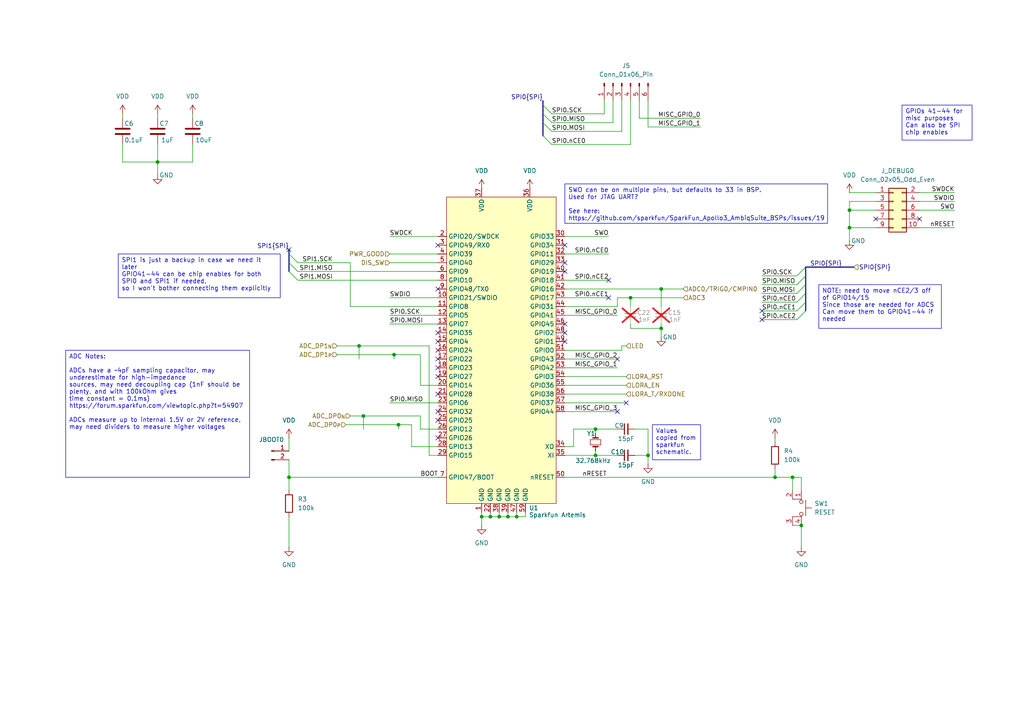
<source format=kicad_sch>
(kicad_sch (version 20231120) (generator "eeschema") (generator_version "8.0")
  (paper "A4")
  (lib_symbols
    (symbol "Conn_01x02_Pin_1" (pin_names (offset 1.016) hide)
      (property "Reference" "J" (at 0 2.54 0))
      (property "Value" "Conn_01x02_Pin" (at 0 -5.08 0))
      (symbol "Conn_01x02_Pin_1_1_1"
        (polyline (pts (xy 1.27 -2.54) (xy 0.8636 -2.54)) (stroke (width 0.1524)))
        (polyline (pts (xy 1.27 0) (xy 0.8636 0)) (stroke (width 0.1524)))
        (rectangle (start 0.8636 -2.413) (end 0 -2.667) (stroke (width 0.1524)) (fill (type outline)))
        (rectangle (start 0.8636 0.127) (end 0 -0.127) (stroke (width 0.1524)) (fill (type outline)))
        (pin passive line (at 5.08 0 180) (length 3.81) (name "Pin_1") (number "1"))
        (pin passive line (at 5.08 -2.54 180) (length 3.81) (name "Pin_2") (number "2"))
      )
    )
    (symbol "Connector:Conn_01x06_Pin" (pin_names (offset 1.016) hide)
      (property "Reference" "J" (at 0 7.62 0))
      (property "Value" "Conn_01x06_Pin" (at 0 -10.16 0))
      (symbol "Conn_01x06_Pin_1_1"
        (polyline (pts (xy 1.27 -7.62) (xy 0.8636 -7.62)) (stroke (width 0.1524)))
        (polyline (pts (xy 1.27 -5.08) (xy 0.8636 -5.08)) (stroke (width 0.1524)))
        (polyline (pts (xy 1.27 -2.54) (xy 0.8636 -2.54)) (stroke (width 0.1524)))
        (polyline (pts (xy 1.27 0) (xy 0.8636 0)) (stroke (width 0.1524)))
        (polyline (pts (xy 1.27 2.54) (xy 0.8636 2.54)) (stroke (width 0.1524)))
        (polyline (pts (xy 1.27 5.08) (xy 0.8636 5.08)) (stroke (width 0.1524)))
        (rectangle (start 0.8636 -7.493) (end 0 -7.747) (stroke (width 0.1524)) (fill (type outline)))
        (rectangle (start 0.8636 -4.953) (end 0 -5.207) (stroke (width 0.1524)) (fill (type outline)))
        (rectangle (start 0.8636 -2.413) (end 0 -2.667) (stroke (width 0.1524)) (fill (type outline)))
        (rectangle (start 0.8636 0.127) (end 0 -0.127) (stroke (width 0.1524)) (fill (type outline)))
        (rectangle (start 0.8636 2.667) (end 0 2.413) (stroke (width 0.1524)) (fill (type outline)))
        (rectangle (start 0.8636 5.207) (end 0 4.953) (stroke (width 0.1524)) (fill (type outline)))
        (pin passive line (at 5.08 5.08 180) (length 3.81) (name "Pin_1") (number "1"))
        (pin passive line (at 5.08 2.54 180) (length 3.81) (name "Pin_2") (number "2"))
        (pin passive line (at 5.08 0 180) (length 3.81) (name "Pin_3") (number "3"))
        (pin passive line (at 5.08 -2.54 180) (length 3.81) (name "Pin_4") (number "4"))
        (pin passive line (at 5.08 -5.08 180) (length 3.81) (name "Pin_5") (number "5"))
        (pin passive line (at 5.08 -7.62 180) (length 3.81) (name "Pin_6") (number "6"))
      )
    )
    (symbol "Connector_Generic:Conn_02x05_Odd_Even" (pin_names (offset 1.016) hide)
      (property "Reference" "J" (at 1.27 7.62 0))
      (property "Value" "Conn_02x05_Odd_Even" (at 1.27 -7.62 0))
      (symbol "Conn_02x05_Odd_Even_1_1"
        (rectangle (start -1.27 -4.953) (end 0 -5.207) (stroke (width 0.1524)))
        (rectangle (start -1.27 -2.413) (end 0 -2.667) (stroke (width 0.1524)))
        (rectangle (start -1.27 0.127) (end 0 -0.127) (stroke (width 0.1524)))
        (rectangle (start -1.27 2.667) (end 0 2.413) (stroke (width 0.1524)))
        (rectangle (start -1.27 5.207) (end 0 4.953) (stroke (width 0.1524)))
        (rectangle (start -1.27 6.35) (end 3.81 -6.35) (stroke (width 0.254)) (fill (type background)))
        (rectangle (start 3.81 -4.953) (end 2.54 -5.207) (stroke (width 0.1524)))
        (rectangle (start 3.81 -2.413) (end 2.54 -2.667) (stroke (width 0.1524)))
        (rectangle (start 3.81 0.127) (end 2.54 -0.127) (stroke (width 0.1524)))
        (rectangle (start 3.81 2.667) (end 2.54 2.413) (stroke (width 0.1524)))
        (rectangle (start 3.81 5.207) (end 2.54 4.953) (stroke (width 0.1524)))
        (pin passive line (at -5.08 5.08 0) (length 3.81) (name "Pin_1") (number "1"))
        (pin passive line (at 7.62 -5.08 180) (length 3.81) (name "Pin_10") (number "10"))
        (pin passive line (at 7.62 5.08 180) (length 3.81) (name "Pin_2") (number "2"))
        (pin passive line (at -5.08 2.54 0) (length 3.81) (name "Pin_3") (number "3"))
        (pin passive line (at 7.62 2.54 180) (length 3.81) (name "Pin_4") (number "4"))
        (pin passive line (at -5.08 0 0) (length 3.81) (name "Pin_5") (number "5"))
        (pin passive line (at 7.62 0 180) (length 3.81) (name "Pin_6") (number "6"))
        (pin passive line (at -5.08 -2.54 0) (length 3.81) (name "Pin_7") (number "7"))
        (pin passive line (at 7.62 -2.54 180) (length 3.81) (name "Pin_8") (number "8"))
        (pin passive line (at -5.08 -5.08 0) (length 3.81) (name "Pin_9") (number "9"))
      )
    )
    (symbol "Device:C" (pin_numbers hide) (pin_names (offset 0.254))
      (property "Reference" "C" (at 0.635 2.54 0))
      (property "Value" "C" (at 0.635 -2.54 0))
      (symbol "C_0_1"
        (polyline (pts (xy -2.032 -0.762) (xy 2.032 -0.762)) (stroke (width 0.508)))
        (polyline (pts (xy -2.032 0.762) (xy 2.032 0.762)) (stroke (width 0.508)))
      )
      (symbol "C_1_1"
        (pin passive line (at 0 3.81 270) (length 2.794) (name "~") (number "1"))
        (pin passive line (at 0 -3.81 90) (length 2.794) (name "~") (number "2"))
      )
    )
    (symbol "Device:C_Small" (pin_numbers hide) (pin_names (offset 0.254) hide)
      (property "Reference" "C" (at 0.254 1.778 0))
      (property "Value" "C_Small" (at 0.254 -2.032 0))
      (symbol "C_Small_0_1"
        (polyline (pts (xy -1.524 -0.508) (xy 1.524 -0.508)) (stroke (width 0.3302)))
        (polyline (pts (xy -1.524 0.508) (xy 1.524 0.508)) (stroke (width 0.3048)))
      )
      (symbol "C_Small_1_1"
        (pin passive line (at 0 2.54 270) (length 2.032) (name "~") (number "1"))
        (pin passive line (at 0 -2.54 90) (length 2.032) (name "~") (number "2"))
      )
    )
    (symbol "Device:Crystal_Small" (pin_numbers hide) (pin_names (offset 1.016) hide)
      (property "Reference" "Y" (at 0 2.54 0))
      (property "Value" "Crystal_Small" (at 0 -2.54 0))
      (symbol "Crystal_Small_0_1"
        (rectangle (start -0.762 -1.524) (end 0.762 1.524))
        (polyline (pts (xy -1.27 -0.762) (xy -1.27 0.762)) (stroke (width 0.381)))
        (polyline (pts (xy 1.27 -0.762) (xy 1.27 0.762)) (stroke (width 0.381)))
      )
      (symbol "Crystal_Small_1_1"
        (pin passive line (at -2.54 0 0) (length 1.27) (name "1") (number "1"))
        (pin passive line (at 2.54 0 180) (length 1.27) (name "2") (number "2"))
      )
    )
    (symbol "Device:R" (pin_numbers hide) (pin_names (offset 0))
      (property "Reference" "R" (at 2.032 0 90))
      (property "Value" "R" (at 0 0 90))
      (symbol "R_0_1"
        (rectangle (start -1.016 -2.54) (end 1.016 2.54) (stroke (width 0.254)))
      )
      (symbol "R_1_1"
        (pin passive line (at 0 3.81 270) (length 1.27) (name "~") (number "1"))
        (pin passive line (at 0 -3.81 90) (length 1.27) (name "~") (number "2"))
      )
    )
    (symbol "Marcano_MCU:Sparkfun_Artemis"
      (property "Reference" "U" (at 0 -2.54 0))
      (property "Value" "Sparkfun Artemis" (at 0 0 0))
      (symbol "Sparkfun_Artemis_1_0"
        (pin power_in line (at -6.35 -49.53 90) (length 2.54) (name "GND") (number "1"))
        (pin bidirectional line (at -19.05 12.7 0) (length 2.54) (name "GPIO21/SWDIO") (number "10"))
        (pin bidirectional line (at -19.05 10.16 0) (length 2.54) (name "GPIO8") (number "11"))
        (pin bidirectional line (at -19.05 7.62 0) (length 2.54) (name "GPIO5") (number "12"))
        (pin bidirectional line (at -19.05 5.08 0) (length 2.54) (name "GPIO7") (number "13"))
        (pin bidirectional line (at -19.05 2.54 0) (length 2.54) (name "GPIO35") (number "14"))
        (pin bidirectional line (at -19.05 0 0) (length 2.54) (name "GPIO4") (number "15"))
        (pin bidirectional line (at -19.05 -2.54 0) (length 2.54) (name "GPIO24") (number "16"))
        (pin bidirectional line (at -19.05 -5.08 0) (length 2.54) (name "GPIO22") (number "17"))
        (pin bidirectional line (at -19.05 -7.62 0) (length 2.54) (name "GPIO23") (number "18"))
        (pin bidirectional line (at -19.05 -10.16 0) (length 2.54) (name "GPIO27") (number "19"))
        (pin bidirectional line (at -19.05 30.48 0) (length 2.54) (name "GPIO20/SWDCK") (number "2"))
        (pin bidirectional line (at -19.05 -12.7 0) (length 2.54) (name "GPIO14") (number "20"))
        (pin bidirectional line (at -19.05 -15.24 0) (length 2.54) (name "GPIO28") (number "21"))
        (pin power_in line (at -3.81 -49.53 90) (length 2.54) (name "GND") (number "22"))
        (pin bidirectional line (at -19.05 -17.78 0) (length 2.54) (name "GPIO6") (number "23"))
        (pin bidirectional line (at -19.05 -20.32 0) (length 2.54) (name "GPIO32") (number "24"))
        (pin bidirectional line (at -19.05 -22.86 0) (length 2.54) (name "GPIO25") (number "25"))
        (pin bidirectional line (at -19.05 -25.4 0) (length 2.54) (name "GPIO12") (number "26"))
        (pin bidirectional line (at -19.05 -27.94 0) (length 2.54) (name "GPIO26") (number "27"))
        (pin bidirectional line (at -19.05 -30.48 0) (length 2.54) (name "GPIO13") (number "28"))
        (pin bidirectional line (at -19.05 -33.02 0) (length 2.54) (name "GPIO15") (number "29"))
        (pin bidirectional line (at -19.05 27.94 0) (length 2.54) (name "GPIO49/RX0") (number "3"))
        (pin bidirectional line (at 17.78 30.48 180) (length 2.54) (name "GPIO33") (number "30"))
        (pin bidirectional line (at 17.78 27.94 180) (length 2.54) (name "GPIO34") (number "31"))
        (pin bidirectional line (at 17.78 25.4 180) (length 2.54) (name "GPIO11") (number "32"))
        (pin bidirectional line (at 17.78 22.86 180) (length 2.54) (name "GPIO29") (number "33"))
        (pin input line (at 17.78 -30.48 180) (length 2.54) (name "XO") (number "34"))
        (pin output line (at 17.78 -33.02 180) (length 2.54) (name "XI") (number "35"))
        (pin power_in line (at 7.62 44.45 270) (length 2.54) (name "VDD") (number "36"))
        (pin power_in line (at -6.35 44.45 270) (length 2.54) (name "VDD") (number "37"))
        (pin power_in line (at -1.27 -49.53 90) (length 2.54) (name "GND") (number "38"))
        (pin power_in line (at 1.27 -49.53 90) (length 2.54) (name "GND") (number "39"))
        (pin bidirectional line (at -19.05 25.4 0) (length 2.54) (name "GPIO39") (number "4"))
        (pin bidirectional line (at 17.78 20.32 180) (length 2.54) (name "GPIO19") (number "40"))
        (pin bidirectional line (at 17.78 17.78 180) (length 2.54) (name "GPIO18") (number "41"))
        (pin bidirectional line (at 17.78 15.24 180) (length 2.54) (name "GPIO16") (number "42"))
        (pin bidirectional line (at 17.78 12.7 180) (length 2.54) (name "GPIO17") (number "43"))
        (pin bidirectional line (at 17.78 10.16 180) (length 2.54) (name "GPIO31") (number "44"))
        (pin bidirectional line (at 17.78 7.62 180) (length 2.54) (name "GPIO41") (number "45"))
        (pin bidirectional line (at 17.78 5.08 180) (length 2.54) (name "GPIO45") (number "46"))
        (pin power_in line (at 3.81 -49.53 90) (length 2.54) (name "GND") (number "47"))
        (pin bidirectional line (at 17.78 2.54 180) (length 2.54) (name "GPIO2") (number "48"))
        (pin bidirectional line (at 17.78 0 180) (length 2.54) (name "GPIO1") (number "49"))
        (pin bidirectional line (at -19.05 22.86 0) (length 2.54) (name "GPIO40") (number "5"))
        (pin input line (at 17.78 -39.37 180) (length 2.54) (name "nRESET") (number "50"))
        (pin bidirectional line (at 17.78 -2.54 180) (length 2.54) (name "GPIO0") (number "51"))
        (pin bidirectional line (at 17.78 -5.08 180) (length 2.54) (name "GPIO43") (number "52"))
        (pin bidirectional line (at 17.78 -7.62 180) (length 2.54) (name "GPIO42") (number "53"))
        (pin bidirectional line (at 17.78 -10.16 180) (length 2.54) (name "GPIO3") (number "54"))
        (pin bidirectional line (at 17.78 -12.7 180) (length 2.54) (name "GPIO36") (number "55"))
        (pin bidirectional line (at 17.78 -15.24 180) (length 2.54) (name "GPIO38") (number "56"))
        (pin bidirectional line (at 17.78 -17.78 180) (length 2.54) (name "GPIO37") (number "57"))
        (pin bidirectional line (at 17.78 -20.32 180) (length 2.54) (name "GPIO44") (number "58"))
        (pin power_in line (at 6.35 -49.53 90) (length 2.54) (name "GND") (number "59"))
        (pin bidirectional line (at -19.05 20.32 0) (length 2.54) (name "GPIO9") (number "6"))
        (pin input line (at -19.05 -39.37 0) (length 2.54) (name "GPIO47/BOOT") (number "7"))
        (pin bidirectional line (at -19.05 17.78 0) (length 2.54) (name "GPIO10") (number "8"))
        (pin bidirectional line (at -19.05 15.24 0) (length 2.54) (name "GPIO48/TX0") (number "9"))
      )
      (symbol "Sparkfun_Artemis_1_1"
        (rectangle (start -16.51 41.91) (end 15.24 -46.99) (fill (type background)))
      )
    )
    (symbol "Switch:SW_MEC_5E" (pin_names (offset 1.016) hide)
      (property "Reference" "SW" (at 0.635 5.715 0))
      (property "Value" "SW_MEC_5E" (at 0 -3.175 0))
      (symbol "SW_MEC_5E_0_1"
        (circle (center -1.778 2.54) (radius 0.508))
        (polyline (pts (xy -2.286 3.81) (xy 2.286 3.81)))
        (polyline (pts (xy 0 3.81) (xy 0 5.588)))
        (polyline (pts (xy -2.54 0) (xy -2.54 2.54) (xy -2.286 2.54)))
        (polyline (pts (xy 2.54 0) (xy 2.54 2.54) (xy 2.286 2.54)))
        (circle (center 1.778 2.54) (radius 0.508))
        (pin passive line (at -5.08 2.54 0) (length 2.54) (name "1") (number "1"))
        (pin passive line (at -5.08 0 0) (length 2.54) (name "2") (number "2"))
        (pin passive line (at 5.08 0 180) (length 2.54) (name "K") (number "3"))
        (pin passive line (at 5.08 2.54 180) (length 2.54) (name "A") (number "4"))
      )
    )
    (symbol "power:GND" (power) (pin_numbers hide) (pin_names (offset 0) hide)
      (property "Value" "GND" (at 0 -3.81 0))
      (symbol "GND_0_1"
        (polyline (pts (xy 0 0) (xy 0 -1.27) (xy 1.27 -1.27) (xy 0 -2.54) (xy -1.27 -1.27) (xy 0 -1.27)))
      )
      (symbol "GND_1_1"
        (pin power_in line (at 0 0 270) (length 0) (name "~") (number "1"))
      )
    )
    (symbol "power:VDD" (power) (pin_numbers hide) (pin_names (offset 0) hide)
      (property "Value" "VDD" (at 0 3.556 0))
      (symbol "VDD_0_1"
        (polyline (pts (xy -0.762 1.27) (xy 0 2.54)))
        (polyline (pts (xy 0 0) (xy 0 2.54)))
        (polyline (pts (xy 0 2.54) (xy 0.762 1.27)))
      )
      (symbol "VDD_1_1"
        (pin power_in line (at 0 0 90) (length 0) (name "~") (number "1"))
      )
    )
  )
  (bus_alias "SPI" (members "SCK" "MISO" "MOSI" "nCE[0..3]"))
  (junction (at 187.96 132.08))
  (junction (at 232.41 152.4))
  (junction (at 45.72 46.99))
  (junction (at 149.86 149.86))
  (junction (at 115.57 123.19))
  (junction (at 104.14 100.33))
  (junction (at 172.72 132.08))
  (junction (at 246.38 66.04))
  (junction (at 142.24 149.86))
  (junction (at 144.78 149.86))
  (junction (at 105.41 120.65))
  (junction (at 191.77 95.25))
  (junction (at 172.72 124.46))
  (junction (at 224.79 138.43))
  (junction (at 246.38 60.96))
  (junction (at 191.77 83.82))
  (junction (at 229.87 138.43))
  (junction (at 147.32 149.86))
  (junction (at 114.3 102.87))
  (junction (at 83.82 138.43))
  (junction (at 139.7 149.86))
  (junction (at 182.88 86.36))
  (no_connect (at 163.83 76.2))
  (no_connect (at 127 83.82))
  (no_connect (at 179.07 104.14))
  (no_connect (at 181.61 116.84))
  (no_connect (at 127 127))
  (no_connect (at 127 119.38))
  (no_connect (at 163.83 96.52))
  (no_connect (at 127 114.3))
  (no_connect (at 179.07 119.38))
  (no_connect (at 163.83 99.06))
  (no_connect (at 254 63.5))
  (no_connect (at 163.83 93.98))
  (no_connect (at 127 104.14))
  (no_connect (at 266.7 63.5))
  (no_connect (at 83.82 72.39))
  (no_connect (at 163.83 78.74))
  (no_connect (at 127 99.06))
  (no_connect (at 127 121.92))
  (no_connect (at 127 101.6))
  (no_connect (at 127 106.68))
  (no_connect (at 220.98 90.17))
  (no_connect (at 127 96.52))
  (no_connect (at 220.98 92.71))
  (no_connect (at 127 71.12))
  (no_connect (at 127 109.22))
  (no_connect (at 176.53 81.28))
  (no_connect (at 176.53 86.36))
  (no_connect (at 163.83 71.12))
  (bus_entry (at 233.68 77.47) (size -2.54 2.54))
  (bus_entry (at 233.68 82.55) (size -2.54 2.54))
  (bus_entry (at 157.48 35.56) (size 2.54 2.54))
  (bus_entry (at 233.68 90.17) (size -2.54 2.54))
  (bus_entry (at 233.68 85.09) (size -2.54 2.54))
  (bus_entry (at 83.82 78.74) (size 2.54 2.54))
  (bus_entry (at 83.82 76.2) (size 2.54 2.54))
  (bus_entry (at 157.48 33.02) (size 2.54 2.54))
  (bus_entry (at 157.48 30.48) (size 2.54 2.54))
  (bus_entry (at 83.82 73.66) (size 2.54 2.54))
  (bus_entry (at 233.68 80.01) (size -2.54 2.54))
  (bus_entry (at 233.68 87.63) (size -2.54 2.54))
  (bus_entry (at 157.48 39.37) (size 2.54 2.54))
  (wire (pts (xy 114.3 102.87) (xy 114.3 104.14)))
  (wire (pts (xy 172.72 124.46) (xy 179.07 124.46)))
  (wire (pts (xy 184.15 124.46) (xy 187.96 124.46)))
  (wire (pts (xy 163.83 106.68) (xy 179.07 106.68)))
  (wire (pts (xy 163.83 132.08) (xy 172.72 132.08)))
  (wire (pts (xy 121.92 102.87) (xy 121.92 111.76)))
  (wire (pts (xy 45.72 33.02) (xy 45.72 34.29)))
  (wire (pts (xy 180.34 101.6) (xy 163.83 101.6)))
  (wire (pts (xy 86.36 78.74) (xy 127 78.74)))
  (wire (pts (xy 246.38 66.04) (xy 246.38 69.85)))
  (wire (pts (xy 182.88 86.36) (xy 182.88 88.9)))
  (wire (pts (xy 160.02 41.91) (xy 182.88 41.91)))
  (wire (pts (xy 179.07 88.9) (xy 179.07 86.36)))
  (bus (pts (xy 157.48 33.02) (xy 157.48 35.56)))
  (wire (pts (xy 187.96 132.08) (xy 184.15 132.08)))
  (wire (pts (xy 124.46 132.08) (xy 127 132.08)))
  (wire (pts (xy 246.38 58.42) (xy 246.38 60.96)))
  (wire (pts (xy 114.3 102.87) (xy 121.92 102.87)))
  (wire (pts (xy 220.98 82.55) (xy 231.14 82.55)))
  (wire (pts (xy 55.88 41.91) (xy 55.88 46.99)))
  (wire (pts (xy 163.83 91.44) (xy 179.07 91.44)))
  (wire (pts (xy 147.32 148.59) (xy 147.32 149.86)))
  (wire (pts (xy 119.38 123.19) (xy 119.38 129.54)))
  (wire (pts (xy 220.98 87.63) (xy 231.14 87.63)))
  (wire (pts (xy 101.6 88.9) (xy 101.6 76.2)))
  (wire (pts (xy 113.03 76.2) (xy 127 76.2)))
  (wire (pts (xy 163.83 73.66) (xy 176.53 73.66)))
  (bus (pts (xy 233.68 85.09) (xy 233.68 87.63)))
  (wire (pts (xy 254 58.42) (xy 246.38 58.42)))
  (wire (pts (xy 220.98 90.17) (xy 231.14 90.17)))
  (wire (pts (xy 163.83 111.76) (xy 181.61 111.76)))
  (wire (pts (xy 101.6 88.9) (xy 127 88.9)))
  (wire (pts (xy 119.38 129.54) (xy 127 129.54)))
  (wire (pts (xy 45.72 46.99) (xy 55.88 46.99)))
  (wire (pts (xy 191.77 88.9) (xy 191.77 83.82)))
  (wire (pts (xy 121.92 120.65) (xy 121.92 124.46)))
  (wire (pts (xy 182.88 86.36) (xy 198.12 86.36)))
  (wire (pts (xy 220.98 92.71) (xy 231.14 92.71)))
  (wire (pts (xy 113.03 116.84) (xy 127 116.84)))
  (wire (pts (xy 180.34 100.33) (xy 180.34 101.6)))
  (wire (pts (xy 180.34 100.33) (xy 181.61 100.33)))
  (wire (pts (xy 144.78 149.86) (xy 147.32 149.86)))
  (wire (pts (xy 160.02 38.1) (xy 180.34 38.1)))
  (wire (pts (xy 121.92 111.76) (xy 127 111.76)))
  (wire (pts (xy 113.03 93.98) (xy 127 93.98)))
  (wire (pts (xy 266.7 60.96) (xy 276.86 60.96)))
  (wire (pts (xy 100.33 123.19) (xy 115.57 123.19)))
  (wire (pts (xy 163.83 88.9) (xy 179.07 88.9)))
  (wire (pts (xy 35.56 33.02) (xy 35.56 34.29)))
  (wire (pts (xy 187.96 124.46) (xy 187.96 132.08)))
  (wire (pts (xy 266.7 58.42) (xy 276.86 58.42)))
  (wire (pts (xy 139.7 148.59) (xy 139.7 149.86)))
  (wire (pts (xy 115.57 123.19) (xy 119.38 123.19)))
  (wire (pts (xy 191.77 83.82) (xy 198.12 83.82)))
  (wire (pts (xy 83.82 127) (xy 83.82 130.81)))
  (wire (pts (xy 83.82 133.35) (xy 83.82 138.43)))
  (wire (pts (xy 105.41 120.65) (xy 105.41 124.46)))
  (wire (pts (xy 97.79 102.87) (xy 114.3 102.87)))
  (wire (pts (xy 179.07 86.36) (xy 182.88 86.36)))
  (wire (pts (xy 177.8 29.21) (xy 177.8 35.56)))
  (wire (pts (xy 163.83 109.22) (xy 181.61 109.22)))
  (wire (pts (xy 113.03 91.44) (xy 127 91.44)))
  (bus (pts (xy 233.68 82.55) (xy 233.68 85.09)))
  (wire (pts (xy 115.57 123.19) (xy 115.57 124.46)))
  (wire (pts (xy 113.03 73.66) (xy 127 73.66)))
  (wire (pts (xy 113.03 86.36) (xy 127 86.36)))
  (wire (pts (xy 86.36 76.2) (xy 101.6 76.2)))
  (wire (pts (xy 229.87 152.4) (xy 232.41 152.4)))
  (wire (pts (xy 182.88 29.21) (xy 182.88 41.91)))
  (wire (pts (xy 187.96 29.21) (xy 187.96 36.83)))
  (wire (pts (xy 163.83 68.58) (xy 176.53 68.58)))
  (wire (pts (xy 224.79 135.89) (xy 224.79 138.43)))
  (wire (pts (xy 35.56 46.99) (xy 35.56 41.91)))
  (wire (pts (xy 172.72 124.46) (xy 172.72 125.73)))
  (wire (pts (xy 229.87 138.43) (xy 229.87 142.24)))
  (wire (pts (xy 187.96 132.08) (xy 187.96 134.62)))
  (bus (pts (xy 233.68 80.01) (xy 233.68 82.55)))
  (wire (pts (xy 191.77 83.82) (xy 163.83 83.82)))
  (wire (pts (xy 113.03 68.58) (xy 127 68.58)))
  (bus (pts (xy 233.68 77.47) (xy 247.65 77.47)))
  (wire (pts (xy 175.26 33.02) (xy 175.26 29.21)))
  (wire (pts (xy 160.02 35.56) (xy 177.8 35.56)))
  (wire (pts (xy 160.02 33.02) (xy 175.26 33.02)))
  (wire (pts (xy 144.78 148.59) (xy 144.78 149.86)))
  (bus (pts (xy 83.82 76.2) (xy 83.82 78.74)))
  (wire (pts (xy 246.38 66.04) (xy 254 66.04)))
  (wire (pts (xy 220.98 85.09) (xy 231.14 85.09)))
  (bus (pts (xy 83.82 73.66) (xy 83.82 76.2)))
  (wire (pts (xy 266.7 55.88) (xy 276.86 55.88)))
  (wire (pts (xy 149.86 148.59) (xy 149.86 149.86)))
  (wire (pts (xy 166.37 124.46) (xy 172.72 124.46)))
  (wire (pts (xy 166.37 129.54) (xy 163.83 129.54)))
  (wire (pts (xy 163.83 119.38) (xy 179.07 119.38)))
  (wire (pts (xy 163.83 81.28) (xy 176.53 81.28)))
  (wire (pts (xy 185.42 29.21) (xy 185.42 34.29)))
  (wire (pts (xy 163.83 86.36) (xy 176.53 86.36)))
  (wire (pts (xy 45.72 46.99) (xy 45.72 50.8)))
  (wire (pts (xy 45.72 41.91) (xy 45.72 46.99)))
  (wire (pts (xy 224.79 127) (xy 224.79 128.27)))
  (bus (pts (xy 157.48 29.21) (xy 157.48 30.48)))
  (bus (pts (xy 157.48 30.48) (xy 157.48 33.02)))
  (wire (pts (xy 185.42 34.29) (xy 203.2 34.29)))
  (wire (pts (xy 232.41 138.43) (xy 232.41 142.24)))
  (wire (pts (xy 163.83 104.14) (xy 179.07 104.14)))
  (wire (pts (xy 220.98 80.01) (xy 231.14 80.01)))
  (wire (pts (xy 86.36 81.28) (xy 127 81.28)))
  (wire (pts (xy 147.32 149.86) (xy 149.86 149.86)))
  (wire (pts (xy 104.14 100.33) (xy 104.14 104.14)))
  (wire (pts (xy 191.77 95.25) (xy 191.77 97.79)))
  (wire (pts (xy 163.83 114.3) (xy 181.61 114.3)))
  (wire (pts (xy 121.92 124.46) (xy 127 124.46)))
  (wire (pts (xy 187.96 36.83) (xy 203.2 36.83)))
  (wire (pts (xy 266.7 66.04) (xy 276.86 66.04)))
  (wire (pts (xy 35.56 46.99) (xy 45.72 46.99)))
  (wire (pts (xy 83.82 138.43) (xy 83.82 142.24)))
  (wire (pts (xy 139.7 149.86) (xy 139.7 152.4)))
  (bus (pts (xy 233.68 87.63) (xy 233.68 90.17)))
  (wire (pts (xy 139.7 149.86) (xy 142.24 149.86)))
  (wire (pts (xy 172.72 132.08) (xy 179.07 132.08)))
  (wire (pts (xy 163.83 116.84) (xy 181.61 116.84)))
  (wire (pts (xy 232.41 152.4) (xy 232.41 158.75)))
  (wire (pts (xy 142.24 148.59) (xy 142.24 149.86)))
  (wire (pts (xy 105.41 120.65) (xy 121.92 120.65)))
  (wire (pts (xy 104.14 100.33) (xy 124.46 100.33)))
  (bus (pts (xy 83.82 72.39) (xy 83.82 73.66)))
  (wire (pts (xy 97.79 100.33) (xy 104.14 100.33)))
  (wire (pts (xy 142.24 149.86) (xy 144.78 149.86)))
  (wire (pts (xy 254 60.96) (xy 246.38 60.96)))
  (wire (pts (xy 163.83 138.43) (xy 224.79 138.43)))
  (wire (pts (xy 152.4 148.59) (xy 152.4 149.86)))
  (wire (pts (xy 182.88 93.98) (xy 182.88 95.25)))
  (bus (pts (xy 157.48 35.56) (xy 157.48 39.37)))
  (wire (pts (xy 246.38 60.96) (xy 246.38 66.04)))
  (wire (pts (xy 83.82 158.75) (xy 83.82 149.86)))
  (wire (pts (xy 182.88 95.25) (xy 191.77 95.25)))
  (bus (pts (xy 233.68 77.47) (xy 233.68 80.01)))
  (wire (pts (xy 124.46 100.33) (xy 124.46 132.08)))
  (wire (pts (xy 101.6 120.65) (xy 105.41 120.65)))
  (wire (pts (xy 166.37 124.46) (xy 166.37 129.54)))
  (wire (pts (xy 246.38 55.88) (xy 254 55.88)))
  (wire (pts (xy 180.34 29.21) (xy 180.34 38.1)))
  (wire (pts (xy 172.72 130.81) (xy 172.72 132.08)))
  (wire (pts (xy 55.88 33.02) (xy 55.88 34.29)))
  (wire (pts (xy 191.77 93.98) (xy 191.77 95.25)))
  (wire (pts (xy 224.79 138.43) (xy 229.87 138.43)))
  (wire (pts (xy 149.86 149.86) (xy 152.4 149.86)))
  (wire (pts (xy 229.87 138.43) (xy 232.41 138.43)))
  (wire (pts (xy 83.82 138.43) (xy 127 138.43)))
  (text_box "NOTE: need to move nCE2/3 off of GPIO14/15\nSince those are needed for ADCS\nCan move them to GPIO41-44 if needed" (at 237.49 82.55 0) (size 35.56 12.7) (effects (font (size 1.27 1.27)) (justify left top)))
  (text_box "SPI1 is just a backup in case we need it later\nGPIO41-44 can be chip enables for both SPI0 and SPI1 if needed,\nso I won't bother connecting them explicitly" (at 34.29 73.66 0) (size 46.99 12.7) (effects (font (size 1.27 1.27)) (justify left top)))
  (text_box "SWO can be on multiple pins, but defaults to 33 in BSP.\nUsed for JTAG UART?\n\nSee here: https://github.com/sparkfun/SparkFun_Apollo3_AmbiqSuite_BSPs/issues/19" (at 163.83 53.34 0) (size 76.2 11.43) (effects (font (size 1.27 1.27)) (justify left top)))
  (text_box "Values copied from sparkfun schematic." (at 189.23 123.19 0) (size 13.97 10.16) (effects (font (size 1.27 1.27)) (justify left top)))
  (text_box "GPIOs 41-44 for misc purposes\nCan also be SPI chip enables" (at 261.62 30.48 0) (size 20.32 10.16) (effects (font (size 1.27 1.27)) (justify left top)))
  (text_box "ADC Notes:\n\nADCs have a ~4pF sampling capacitor, may underestimate for high-impedance\nsources, may need decoupling cap (1nF should be plenty, and with 100kOhm gives\ntime constant = 0.1ms)\nhttps://forum.sparkfun.com/viewtopic.php?t=54907\n\nADCs measure up to internal 1.5V or 2V reference, may need dividers to measure higher voltages" (at 19.05 101.6 0) (size 53.34 36.83) (effects (font (size 1.27 1.27)) (justify left top)))
  (label "SPI0.MISO" (at 220.98 82.55 0))
  (label "MISC_GPIO_1" (at 179.07 106.68 180))
  (label "nRESET" (at 168.91 138.43 0))
  (label "MISC_GPIO_1" (at 203.2 36.83 180))
  (label "SPI0.MOSI" (at 160.02 38.1 0))
  (label "SPI0.nCE2" (at 176.53 81.28 180))
  (label "MISC_GPIO_3" (at 179.07 119.38 180))
  (label "SWO" (at 276.86 60.96 180))
  (label "MISC_GPIO_0" (at 179.07 91.44 180))
  (label "SPI0.MISO" (at 113.03 116.84 0))
  (label "SPI0.SCK" (at 220.98 80.01 0))
  (label "SPI1.SCK" (at 96.52 76.2 180))
  (label "SPI0{SPI}" (at 234.95 77.47 0))
  (label "SWDIO" (at 113.03 86.36 0))
  (label "SPI0.nCE1" (at 220.98 90.17 0))
  (label "MISC_GPIO_2" (at 179.07 104.14 180))
  (label "SPI0{SPI}" (at 157.48 29.21 180))
  (label "SWDIO" (at 276.86 58.42 180))
  (label "MISC_GPIO_0" (at 203.2 34.29 180))
  (label "SPI0.MOSI" (at 113.03 93.98 0))
  (label "SPI0.MISO" (at 160.02 35.56 0))
  (label "SPI0.nCE0" (at 220.98 87.63 0))
  (label "SPI0.MOSI" (at 220.98 85.09 0))
  (label "SPI0.SCK" (at 113.03 91.44 0))
  (label "SPI1{SPI}" (at 83.82 72.39 180))
  (label "SPI0.nCE0" (at 160.02 41.91 0))
  (label "SPI0.nCE1" (at 176.53 86.36 180))
  (label "SWDCK" (at 276.86 55.88 180))
  (label "SPI1.MOSI" (at 96.52 81.28 180))
  (label "BOOT" (at 121.92 138.43 0))
  (label "SWDCK" (at 113.03 68.58 0))
  (label "SPI0.nCE2" (at 220.98 92.71 0))
  (label "SWO" (at 176.53 68.58 180))
  (label "SPI0.SCK" (at 160.02 33.02 0))
  (label "nRESET" (at 276.86 66.04 180))
  (label "SPI0.nCE0" (at 176.53 73.66 180))
  (label "SPI1.MISO" (at 96.52 78.74 180))
  (hierarchical_label "ADC_DP0_{N}" (shape input) (at 101.6 120.65 180))
  (hierarchical_label "LORA_T{slash}RXDONE" (shape input) (at 181.61 114.3 0))
  (hierarchical_label "SPI0{SPI}" (shape input) (at 247.65 77.47 0))
  (hierarchical_label "PWR_GOOD" (shape input) (at 113.03 73.66 180))
  (hierarchical_label "LED" (shape input) (at 181.61 100.33 0))
  (hierarchical_label "DIS_SW" (shape input) (at 113.03 76.2 180))
  (hierarchical_label "LORA_EN" (shape input) (at 181.61 111.76 0))
  (hierarchical_label "ADC_DP1_{P}" (shape input) (at 97.79 102.87 180))
  (hierarchical_label "ADC_DP0_{P}" (shape input) (at 100.33 123.19 180))
  (hierarchical_label "LORA_RST" (shape input) (at 181.61 109.22 0))
  (hierarchical_label "ADC3" (shape input) (at 198.12 86.36 0))
  (hierarchical_label "ADC0{slash}TRIG0{slash}CMPIN0" (shape input) (at 198.12 83.82 0))
  (hierarchical_label "ADC_DP1_{N}" (shape input) (at 97.79 100.33 180))
  (symbol (lib_id "Marcano_MCU:Sparkfun_Artemis") (at 146.05 99.06 0) (unit 1)
    (property "Reference" "U1" (at 153.416 147.32 0) (effects (justify left)))
    (property "Value" "Sparkfun Artemis" (at 153.416 149.352 0) (effects (justify left)))
    (property "Footprint" "0JV_CPM_Footprints:Sparkfun Artemis" (effects (hide yes)))
    (property "Datasheet" "https://cdn.sparkfun.com/assets/learn_tutorials/9/0/9/Artemis_Integration_Guide.pdf" (effects (hide yes)))
  )
  (symbol (lib_id "Device:C") (at 45.72 38.1 0) (unit 1)
    (property "Reference" "C7" (at 46.228 35.814 0) (effects (justify left)))
    (property "Value" "1uF" (at 46.736 40.64 0) (effects (justify left)))
    (property "Footprint" "Capacitor_SMD:C_0603_1608Metric_Pad1.08x0.95mm_HandSolder" (effects (hide yes)))
    (property "Description" "Unpolarized capacitor" (effects (hide yes)))
  )
  (symbol (lib_id "power:GND") (at 191.77 97.79 0) (unit 1)
    (property "Reference" "#PWR042" (effects (hide yes)))
    (property "Value" "GND" (at 194.31 97.79 0))
    (property "Description" "Power symbol creates a global label with name \"GND\" , ground" (effects (hide yes)))
  )
  (symbol (lib_id "Device:C") (at 35.56 38.1 0) (unit 1)
    (property "Reference" "C6" (at 36.068 35.814 0) (effects (justify left)))
    (property "Value" "0.1uF" (at 36.068 40.64 0) (effects (justify left)))
    (property "Footprint" "Capacitor_SMD:C_0603_1608Metric_Pad1.08x0.95mm_HandSolder" (effects (hide yes)))
    (property "Description" "Unpolarized capacitor" (effects (hide yes)))
  )
  (symbol (lib_id "Device:C_Small") (at 191.77 91.44 180) (unit 1) (dnp yes)
    (property "Reference" "C15" (at 195.58 90.678 0))
    (property "Value" "1nF" (at 195.834 92.71 0))
    (property "Footprint" "Capacitor_SMD:C_0603_1608Metric_Pad1.08x0.95mm_HandSolder" (effects (hide yes)))
    (property "Description" "Unpolarized capacitor, small symbol" (effects (hide yes)))
  )
  (symbol (lib_id "power:GND") (at 83.82 158.75 0) (unit 1)
    (property "Reference" "#PWR010" (effects (hide yes)))
    (property "Value" "GND" (at 83.82 163.83 0))
    (property "Description" "Power symbol creates a global label with name \"GND\" , ground" (effects (hide yes)))
  )
  (symbol (lib_id "Device:C_Small") (at 182.88 91.44 180) (unit 1) (dnp yes)
    (property "Reference" "C22" (at 186.69 90.678 0))
    (property "Value" "1nF" (at 186.944 92.71 0))
    (property "Footprint" "Capacitor_SMD:C_0603_1608Metric_Pad1.08x0.95mm_HandSolder" (effects (hide yes)))
    (property "Description" "Unpolarized capacitor, small symbol" (effects (hide yes)))
  )
  (symbol (lib_id "Device:R") (at 224.79 132.08 0) (unit 1)
    (property "Reference" "R4" (at 227.33 130.8099 0) (effects (justify left)))
    (property "Value" "100k" (at 227.33 133.3499 0) (effects (justify left)))
    (property "Footprint" "Resistor_SMD:R_0603_1608Metric_Pad0.98x0.95mm_HandSolder" (effects (hide yes)))
    (property "Description" "Resistor" (effects (hide yes)))
  )
  (symbol (lib_id "Connector_Generic:Conn_02x05_Odd_Even") (at 259.08 60.96 0) (unit 1)
    (property "Reference" "J_DEBUG0" (at 260.35 49.53 0))
    (property "Value" "Conn_02x05_Odd_Even" (at 260.35 52.07 0))
    (property "Footprint" "0JV_CPM_Footprints:CONN_3220-10-0100-00_CNC" (effects (hide yes)))
    (property "Datasheet" "https://www.digikey.com/en/products/detail/cnc-tech/3220-10-0100-00/3883661" (effects (hide yes)))
    (property "Description" "Generic connector, double row, 02x05, odd/even pin numbering scheme (row 1 odd numbers, row 2 even numbers), script generated (kicad-library-utils/schlib/autogen/connector/)" (effects (hide yes)))
    (property "PN" "3220-10-0100-00" (effects (hide yes)))
    (property "Digikey PN" "1175-1627-ND" (effects (hide yes)))
  )
  (symbol (lib_id "power:VDD") (at 224.79 127 0) (unit 1)
    (property "Reference" "#PWR032" (effects (hide yes)))
    (property "Value" "VDD" (at 224.79 121.92 0))
    (property "Description" "Power symbol creates a global label with name \"VDD\"" (effects (hide yes)))
  )
  (symbol (lib_id "Device:C") (at 55.88 38.1 0) (unit 1)
    (property "Reference" "C8" (at 56.388 35.814 0) (effects (justify left)))
    (property "Value" "10uF" (at 56.642 40.64 0) (effects (justify left)))
    (property "Footprint" "Capacitor_SMD:C_0603_1608Metric_Pad1.08x0.95mm_HandSolder" (effects (hide yes)))
    (property "Description" "Unpolarized capacitor" (effects (hide yes)))
  )
  (symbol (lib_id "Device:C_Small") (at 181.61 132.08 90) (unit 1)
    (property "Reference" "C10" (at 179.07 131.064 90))
    (property "Value" "15pF" (at 181.61 134.874 90))
    (property "Footprint" "Capacitor_SMD:C_0603_1608Metric_Pad1.08x0.95mm_HandSolder" (effects (hide yes)))
    (property "Description" "Unpolarized capacitor, small symbol" (effects (hide yes)))
  )
  (symbol (lib_id "Device:Crystal_Small") (at 172.72 128.27 90) (unit 1)
    (property "Reference" "Y1" (at 170.18 125.73 90) (effects (justify right)))
    (property "Value" "32.768kHz" (at 166.878 133.604 90) (effects (justify right)))
    (property "Footprint" "0JV_CPM_Footprints:XTAL_ECS-31B_ECS" (effects (hide yes)))
    (property "Datasheet" "https://www.digikey.com/en/products/detail/ecs-inc/ECS-327-12-5-34B-TR/1693557" (effects (hide yes)))
    (property "Description" "Two pin crystal, small symbol" (effects (hide yes)))
    (property "PN" "ECS-.327-12.5-34B-TR" (effects (hide yes)))
    (property "Digikey PN" "XC1617CT-ND" (effects (hide yes)))
  )
  (symbol (lib_id "power:VDD") (at 55.88 33.02 0) (unit 1)
    (property "Reference" "#PWR033" (effects (hide yes)))
    (property "Value" "VDD" (at 55.88 27.94 0))
    (property "Description" "Power symbol creates a global label with name \"VDD\"" (effects (hide yes)))
  )
  (symbol (lib_id "power:GND") (at 45.72 50.8 0) (unit 1)
    (property "Reference" "#PWR045" (effects (hide yes)))
    (property "Value" "GND" (at 48.26 50.8 0))
    (property "Description" "Power symbol creates a global label with name \"GND\" , ground" (effects (hide yes)))
  )
  (symbol (lib_id "power:GND") (at 139.7 152.4 0) (unit 1)
    (property "Reference" "#PWR018" (effects (hide yes)))
    (property "Value" "GND" (at 139.7 157.48 0))
    (property "Description" "Power symbol creates a global label with name \"GND\" , ground" (effects (hide yes)))
  )
  (symbol (lib_id "power:VDD") (at 83.82 127 0) (unit 1)
    (property "Reference" "#PWR031" (effects (hide yes)))
    (property "Value" "VDD" (at 83.82 121.92 0))
    (property "Description" "Power symbol creates a global label with name \"VDD\"" (effects (hide yes)))
  )
  (symbol (lib_id "power:GND") (at 246.38 69.85 0) (unit 1)
    (property "Reference" "#PWR046" (effects (hide yes)))
    (property "Value" "GND" (at 248.92 69.85 0))
    (property "Description" "Power symbol creates a global label with name \"GND\" , ground" (effects (hide yes)))
  )
  (symbol (lib_id "power:GND") (at 187.96 134.62 0) (unit 1)
    (property "Reference" "#PWR039" (effects (hide yes)))
    (property "Value" "GND" (at 187.96 139.7 0))
    (property "Description" "Power symbol creates a global label with name \"GND\" , ground" (effects (hide yes)))
  )
  (symbol (lib_id "power:VDD") (at 45.72 33.02 0) (unit 1)
    (property "Reference" "#PWR034" (effects (hide yes)))
    (property "Value" "VDD" (at 45.72 27.94 0))
    (property "Description" "Power symbol creates a global label with name \"VDD\"" (effects (hide yes)))
  )
  (symbol (lib_id "power:GND") (at 232.41 158.75 0) (unit 1)
    (property "Reference" "#PWR025" (effects (hide yes)))
    (property "Value" "GND" (at 232.41 163.83 0))
    (property "Description" "Power symbol creates a global label with name \"GND\" , ground" (effects (hide yes)))
  )
  (symbol (lib_id "Device:R") (at 83.82 146.05 0) (unit 1)
    (property "Reference" "R3" (at 86.36 144.7799 0) (effects (justify left)))
    (property "Value" "100k" (at 86.36 147.3199 0) (effects (justify left)))
    (property "Footprint" "Resistor_SMD:R_0603_1608Metric_Pad0.98x0.95mm_HandSolder" (effects (hide yes)))
    (property "Description" "Resistor" (effects (hide yes)))
  )
  (symbol (lib_id "power:VDD") (at 139.7 54.61 0) (unit 1)
    (property "Reference" "#PWR016" (effects (hide yes)))
    (property "Value" "VDD" (at 139.7 49.53 0))
    (property "Description" "Power symbol creates a global label with name \"VDD\"" (effects (hide yes)))
  )
  (symbol (lib_name "Conn_01x02_Pin_1") (lib_id "Connector:Conn_01x02_Pin") (at 78.74 130.81 0) (unit 1)
    (property "Reference" "JBOOT0" (at 78.74 127.508 0))
    (property "Value" "Conn_01x02_Pin" (effects (hide yes)))
    (property "Footprint" "Connector_PinHeader_2.54mm:PinHeader_1x02_P2.54mm_Vertical" (effects (hide yes)))
    (property "Description" "Generic connector, single row, 01x02, script generated" (effects (hide yes)))
  )
  (symbol (lib_id "power:VDD") (at 153.67 54.61 0) (unit 1)
    (property "Reference" "#PWR026" (effects (hide yes)))
    (property "Value" "VDD" (at 153.67 49.53 0))
    (property "Description" "Power symbol creates a global label with name \"VDD\"" (effects (hide yes)))
  )
  (symbol (lib_id "Switch:SW_MEC_5E") (at 229.87 147.32 270) (unit 1)
    (property "Reference" "SW1" (at 236.22 146.0499 90) (effects (justify left)))
    (property "Value" "RESET" (at 236.22 148.5899 90) (effects (justify left)))
    (property "Footprint" "0JV_CPM_Footprints:SMT_FS_PTS526" (effects (hide yes)))
    (property "Datasheet" "https://www.digikey.com/en/products/detail/c-k/PTS526-SK15-SMTR2-LFS/10056626" (effects (hide yes)))
    (property "Description" "Push button switch, generic, two pins" (effects (hide yes)))
    (property "Digikey PN" "CKN12221-1-ND" (effects (hide yes)))
    (property "PN" "PTS526 SK15 SMTR2 LFS" (effects (hide yes)))
  )
  (symbol (lib_id "power:VDD") (at 35.56 33.02 0) (unit 1)
    (property "Reference" "#PWR035" (effects (hide yes)))
    (property "Value" "VDD" (at 35.56 27.94 0))
    (property "Description" "Power symbol creates a global label with name \"VDD\"" (effects (hide yes)))
  )
  (symbol (lib_id "Connector:Conn_01x06_Pin") (at 180.34 24.13 90) (mirror x) (unit 1)
    (property "Reference" "J5" (at 181.61 19.05 90))
    (property "Value" "Conn_01x06_Pin" (at 181.61 21.59 90))
    (property "Footprint" "Connector_PinHeader_2.54mm:PinHeader_1x06_P2.54mm_Vertical" (effects (hide yes)))
    (property "Description" "Generic connector, single row, 01x06, script generated" (effects (hide yes)))
  )
  (symbol (lib_id "power:VDD") (at 246.38 55.88 0) (unit 1)
    (property "Reference" "#PWR029" (effects (hide yes)))
    (property "Value" "VDD" (at 246.38 50.8 0))
    (property "Description" "Power symbol creates a global label with name \"VDD\"" (effects (hide yes)))
  )
  (symbol (lib_id "Device:C_Small") (at 181.61 124.46 90) (unit 1)
    (property "Reference" "C9" (at 179.578 123.444 90))
    (property "Value" "15pF" (at 181.61 127.254 90))
    (property "Footprint" "Capacitor_SMD:C_0603_1608Metric_Pad1.08x0.95mm_HandSolder" (effects (hide yes)))
    (property "Description" "Unpolarized capacitor, small symbol" (effects (hide yes)))
  )
)
</source>
